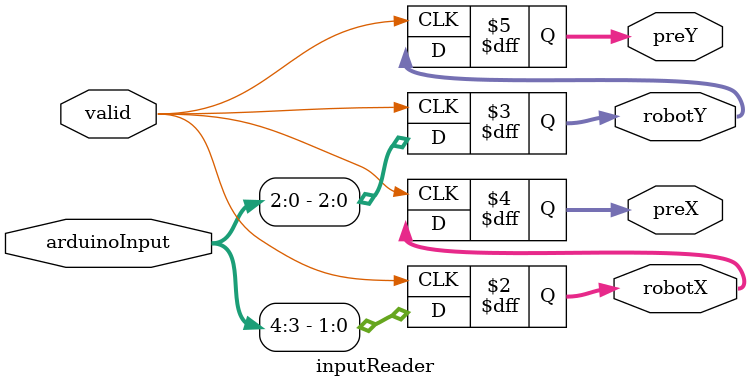
<source format=v>
module inputReader(
valid,
arduinoInput,
robotX,
robotY,
preX,
preY);

input valid;
input [4:0] arduinoInput;
output reg [1:0] robotX;
output reg [2:0] robotY;

output reg [1:0] preX;
output reg [2:0] preY;

always @ (posedge valid) begin

	preX = robotX;
	preY = robotY;
	robotX = arduinoInput[4:3];
	robotY = arduinoInput[2:0];
	
	
end

endmodule
</source>
